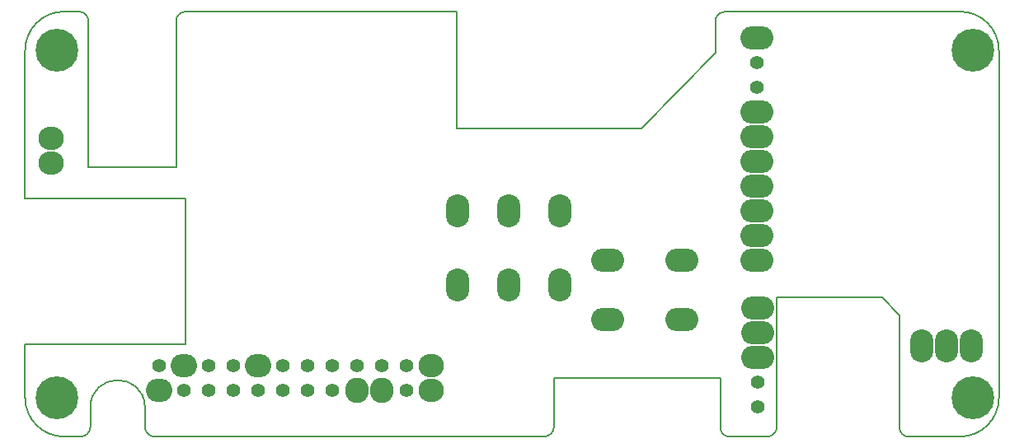
<source format=gbs>
%TF.GenerationSoftware,KiCad,Pcbnew,(5.0.0)*%
%TF.CreationDate,2019-07-13T01:50:26+02:00*%
%TF.ProjectId,Gnu vario V1.10,476E7520766172696F2056312E31302E,V 1.10*%
%TF.SameCoordinates,Original*%
%TF.FileFunction,Soldermask,Bot*%
%TF.FilePolarity,Negative*%
%FSLAX46Y46*%
G04 Gerber Fmt 4.6, Leading zero omitted, Abs format (unit mm)*
G04 Created by KiCad (PCBNEW (5.0.0)) date 07/13/19 01:50:26*
%MOMM*%
%LPD*%
G01*
G04 APERTURE LIST*
%ADD10C,0.150000*%
%ADD11C,4.400000*%
%ADD12O,3.400000X2.400000*%
%ADD13O,2.400000X3.400000*%
%ADD14C,1.400000*%
%ADD15O,2.600000X2.400000*%
%ADD16O,2.700000X2.400000*%
%ADD17O,2.400000X2.600000*%
G04 APERTURE END LIST*
D10*
X162700000Y-95300000D02*
X173500000Y-95300000D01*
X162700000Y-108600000D02*
G75*
G02X161700000Y-109600000I-1000000J0D01*
G01*
X176200000Y-109600000D02*
G75*
G02X175300000Y-108700000I0J900000D01*
G01*
X175300000Y-97100000D02*
X175300000Y-108700000D01*
X173500000Y-95300000D02*
X175300000Y-97100000D01*
X162700000Y-95300000D02*
X162700000Y-108600000D01*
X157800000Y-109600000D02*
G75*
G02X156900000Y-108700000I0J900000D01*
G01*
X85500000Y-69900000D02*
X85500000Y-85100000D01*
X102000000Y-100100000D02*
X85500000Y-100100000D01*
X102000000Y-85100000D02*
X102000000Y-100100000D01*
X101000000Y-85100000D02*
X102000000Y-85100000D01*
X101000000Y-85100000D02*
X85500000Y-85100000D01*
X148800000Y-77900000D02*
X156400000Y-70100000D01*
X129800000Y-77900000D02*
X148800000Y-77900000D01*
X129800000Y-65900000D02*
X129800000Y-77900000D01*
X157800000Y-109600000D02*
X161700000Y-109600000D01*
X175700000Y-65900000D02*
X162400000Y-65900000D01*
X162400000Y-65900000D02*
X157400000Y-65900000D01*
X156402857Y-66600886D02*
G75*
G02X157400000Y-65900000I952331J-295115D01*
G01*
X156400000Y-66600000D02*
X156400000Y-70100000D01*
X98800000Y-109600000D02*
G75*
G02X97800000Y-108600000I0J1000000D01*
G01*
X92198215Y-108600000D02*
G75*
G02X91198215Y-109600000I-1000000J0D01*
G01*
X92198215Y-106600000D02*
G75*
G02X97800000Y-106500000I2801785J0D01*
G01*
X97800000Y-108600000D02*
X97800000Y-106500000D01*
X92200000Y-108600000D02*
X92198215Y-106600000D01*
X139800000Y-108600000D02*
G75*
G02X138800000Y-109600000I-1000000J0D01*
G01*
X101000000Y-66900000D02*
G75*
G02X102000000Y-65900000I1000000J0D01*
G01*
X91000000Y-65900000D02*
G75*
G02X92000000Y-66900000I0J-1000000D01*
G01*
X85500000Y-69900000D02*
G75*
G02X89500000Y-65900000I4000000J0D01*
G01*
X89500000Y-109600000D02*
G75*
G02X85500000Y-105600000I0J4000000D01*
G01*
X185500000Y-105600000D02*
G75*
G02X181500000Y-109600000I-4000000J0D01*
G01*
X181500000Y-65900000D02*
G75*
G02X185500000Y-69900000I0J-4000000D01*
G01*
X156900000Y-103600000D02*
X139800000Y-103600000D01*
X139800000Y-103600000D02*
X139800000Y-108600000D01*
X156900000Y-108700000D02*
X156900000Y-103600000D01*
X138800000Y-109600000D02*
X98800000Y-109600000D01*
X181500000Y-109600000D02*
X176200000Y-109600000D01*
X185500000Y-69900000D02*
X185500000Y-105600000D01*
X175700000Y-65900000D02*
X181500000Y-65900000D01*
X102000000Y-65900000D02*
X129800000Y-65900000D01*
X101000000Y-81900000D02*
X101000000Y-66900000D01*
X92000000Y-81900000D02*
X101000000Y-81900000D01*
X92000000Y-66900000D02*
X92000000Y-81900000D01*
X89500000Y-65900000D02*
X91000000Y-65900000D01*
X85500000Y-105600000D02*
X85500000Y-100100000D01*
X91200000Y-109600000D02*
X89500000Y-109600000D01*
D11*
X182800000Y-105600000D03*
X182800000Y-69900000D03*
X88800000Y-69900000D03*
X88800000Y-105600000D03*
D12*
X152950000Y-91510000D03*
X145330000Y-91510000D03*
D13*
X129870000Y-94040000D03*
X129870000Y-86420000D03*
X135130000Y-94040000D03*
X135130000Y-86420000D03*
X140390000Y-94040000D03*
X140390000Y-86420000D03*
D12*
X152950000Y-97570000D03*
X145330000Y-97570000D03*
X160660000Y-68600000D03*
X160660000Y-76220000D03*
X160660000Y-83840000D03*
X160660000Y-78760000D03*
X160660000Y-81300000D03*
X160660000Y-91460000D03*
X160660000Y-88920000D03*
X160660000Y-86380000D03*
D14*
X160660000Y-73680000D03*
X160660000Y-71140000D03*
D12*
X160700000Y-98960000D03*
X160700000Y-101500000D03*
X160700000Y-96420000D03*
D14*
X160700000Y-104040000D03*
X160700000Y-106580000D03*
D15*
X88200000Y-81500000D03*
X88200000Y-78960000D03*
D14*
X99244546Y-102344532D03*
X104324546Y-102344532D03*
X106864546Y-102344532D03*
X124644546Y-104884532D03*
X124644546Y-102344532D03*
X122104546Y-102344532D03*
X111944546Y-102344532D03*
X114484546Y-102344532D03*
X119564546Y-102344532D03*
X117024546Y-102344532D03*
X117024546Y-104884532D03*
X114484546Y-104884532D03*
X111944546Y-104884532D03*
X109404546Y-104884532D03*
X106864546Y-104884532D03*
X104324546Y-104884532D03*
X101784546Y-104884532D03*
D15*
X127184546Y-102334532D03*
X127184546Y-104874532D03*
D16*
X99244546Y-104884532D03*
D17*
X122104546Y-104874532D03*
X119564546Y-104874532D03*
D16*
X109404546Y-102334532D03*
X101784546Y-102334532D03*
D13*
X177580000Y-100240000D03*
X180120000Y-100240000D03*
X182660000Y-100240000D03*
M02*

</source>
